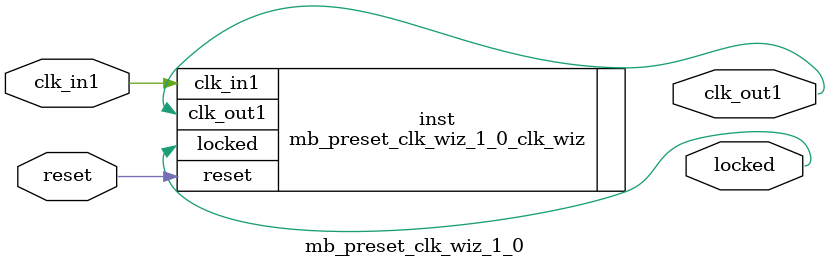
<source format=v>


`timescale 1ps/1ps

(* CORE_GENERATION_INFO = "mb_preset_clk_wiz_1_0,clk_wiz_v6_0_5_0_0,{component_name=mb_preset_clk_wiz_1_0,use_phase_alignment=true,use_min_o_jitter=false,use_max_i_jitter=false,use_dyn_phase_shift=false,use_inclk_switchover=false,use_dyn_reconfig=false,enable_axi=0,feedback_source=FDBK_AUTO,PRIMITIVE=MMCM,num_out_clk=1,clkin1_period=10.000,clkin2_period=10.000,use_power_down=false,use_reset=true,use_locked=true,use_inclk_stopped=false,feedback_type=SINGLE,CLOCK_MGR_TYPE=NA,manual_override=false}" *)

module mb_preset_clk_wiz_1_0 
 (
  // Clock out ports
  output        clk_out1,
  // Status and control signals
  input         reset,
  output        locked,
 // Clock in ports
  input         clk_in1
 );

  mb_preset_clk_wiz_1_0_clk_wiz inst
  (
  // Clock out ports  
  .clk_out1(clk_out1),
  // Status and control signals               
  .reset(reset), 
  .locked(locked),
 // Clock in ports
  .clk_in1(clk_in1)
  );

endmodule

</source>
